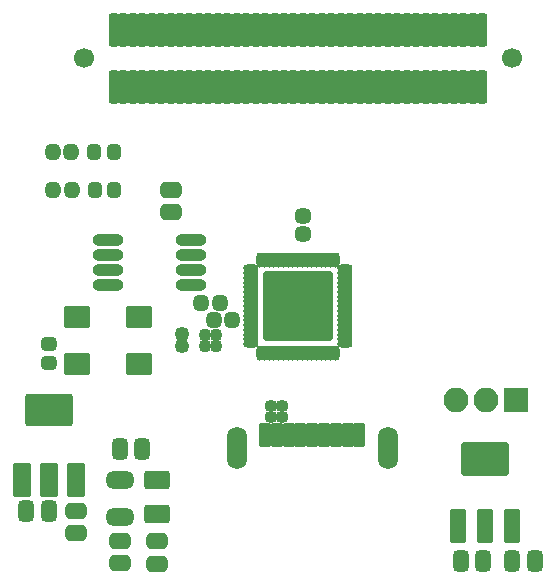
<source format=gbr>
%TF.GenerationSoftware,KiCad,Pcbnew,6.0.4-6f826c9f35~116~ubuntu20.04.1*%
%TF.CreationDate,2022-04-23T06:28:22+07:00*%
%TF.ProjectId,CH569Board,43483536-3942-46f6-9172-642e6b696361,rev?*%
%TF.SameCoordinates,Original*%
%TF.FileFunction,Soldermask,Top*%
%TF.FilePolarity,Negative*%
%FSLAX46Y46*%
G04 Gerber Fmt 4.6, Leading zero omitted, Abs format (unit mm)*
G04 Created by KiCad (PCBNEW 6.0.4-6f826c9f35~116~ubuntu20.04.1) date 2022-04-23 06:28:22*
%MOMM*%
%LPD*%
G01*
G04 APERTURE LIST*
G04 Aperture macros list*
%AMRoundRect*
0 Rectangle with rounded corners*
0 $1 Rounding radius*
0 $2 $3 $4 $5 $6 $7 $8 $9 X,Y pos of 4 corners*
0 Add a 4 corners polygon primitive as box body*
4,1,4,$2,$3,$4,$5,$6,$7,$8,$9,$2,$3,0*
0 Add four circle primitives for the rounded corners*
1,1,$1+$1,$2,$3*
1,1,$1+$1,$4,$5*
1,1,$1+$1,$6,$7*
1,1,$1+$1,$8,$9*
0 Add four rect primitives between the rounded corners*
20,1,$1+$1,$2,$3,$4,$5,0*
20,1,$1+$1,$4,$5,$6,$7,0*
20,1,$1+$1,$6,$7,$8,$9,0*
20,1,$1+$1,$8,$9,$2,$3,0*%
G04 Aperture macros list end*
%ADD10RoundRect,0.340000X-0.140000X-0.170000X0.140000X-0.170000X0.140000X0.170000X-0.140000X0.170000X0*%
%ADD11RoundRect,0.200000X-0.490000X1.235000X-0.490000X-1.235000X0.490000X-1.235000X0.490000X1.235000X0*%
%ADD12RoundRect,0.200000X-1.800000X1.235000X-1.800000X-1.235000X1.800000X-1.235000X1.800000X1.235000X0*%
%ADD13C,1.700000*%
%ADD14RoundRect,0.200000X0.250000X1.200000X-0.250000X1.200000X-0.250000X-1.200000X0.250000X-1.200000X0*%
%ADD15RoundRect,0.340000X-0.170000X0.140000X-0.170000X-0.140000X0.170000X-0.140000X0.170000X0.140000X0*%
%ADD16RoundRect,0.425000X0.225000X0.250000X-0.225000X0.250000X-0.225000X-0.250000X0.225000X-0.250000X0*%
%ADD17RoundRect,0.450000X0.475000X-0.250000X0.475000X0.250000X-0.475000X0.250000X-0.475000X-0.250000X0*%
%ADD18RoundRect,0.450000X-0.250000X-0.475000X0.250000X-0.475000X0.250000X0.475000X-0.250000X0.475000X0*%
%ADD19RoundRect,0.450000X0.250000X0.475000X-0.250000X0.475000X-0.250000X-0.475000X0.250000X-0.475000X0*%
%ADD20RoundRect,0.418750X-0.218750X-0.256250X0.218750X-0.256250X0.218750X0.256250X-0.218750X0.256250X0*%
%ADD21RoundRect,0.400000X-0.275000X0.200000X-0.275000X-0.200000X0.275000X-0.200000X0.275000X0.200000X0*%
%ADD22RoundRect,0.200000X-0.850000X0.850000X-0.850000X-0.850000X0.850000X-0.850000X0.850000X0.850000X0*%
%ADD23O,2.100000X2.100000*%
%ADD24RoundRect,0.200000X-0.900000X-0.750000X0.900000X-0.750000X0.900000X0.750000X-0.900000X0.750000X0*%
%ADD25RoundRect,0.200000X-0.350000X-0.800000X0.350000X-0.800000X0.350000X0.800000X-0.350000X0.800000X0*%
%ADD26O,1.700000X3.600000*%
%ADD27RoundRect,0.400000X-0.200000X-0.275000X0.200000X-0.275000X0.200000X0.275000X-0.200000X0.275000X0*%
%ADD28RoundRect,0.200000X0.865000X-0.595000X0.865000X0.595000X-0.865000X0.595000X-0.865000X-0.595000X0*%
%ADD29RoundRect,0.425000X0.250000X-0.225000X0.250000X0.225000X-0.250000X0.225000X-0.250000X-0.225000X0*%
%ADD30O,2.650000X1.030000*%
%ADD31C,1.250000*%
%ADD32O,1.250000X1.250000*%
%ADD33RoundRect,0.200000X-0.550000X1.250000X-0.550000X-1.250000X0.550000X-1.250000X0.550000X1.250000X0*%
%ADD34RoundRect,0.200000X-1.800000X1.170000X-1.800000X-1.170000X1.800000X-1.170000X1.800000X1.170000X0*%
%ADD35O,0.600000X1.300000*%
%ADD36O,1.300000X0.600000*%
%ADD37RoundRect,0.200000X-2.750000X-2.750000X2.750000X-2.750000X2.750000X2.750000X-2.750000X2.750000X0*%
%ADD38RoundRect,0.450000X-0.475000X0.250000X-0.475000X-0.250000X0.475000X-0.250000X0.475000X0.250000X0*%
%ADD39RoundRect,0.450000X-0.700000X0.275000X-0.700000X-0.275000X0.700000X-0.275000X0.700000X0.275000X0*%
G04 APERTURE END LIST*
D10*
%TO.C,C21*%
X117731600Y-106730800D03*
X118691600Y-106730800D03*
%TD*%
D11*
%TO.C,U2*%
X139134000Y-121978000D03*
X141434000Y-121978000D03*
X143734000Y-121978000D03*
D12*
X141434000Y-116318000D03*
%TD*%
D10*
%TO.C,C22*%
X117731600Y-105816400D03*
X118691600Y-105816400D03*
%TD*%
D13*
%TO.C,CN1*%
X143710000Y-82390000D03*
X107510000Y-82390000D03*
D14*
X141210000Y-79990000D03*
X141210000Y-84790000D03*
X140410000Y-79990000D03*
X140410000Y-84790000D03*
X139610000Y-79990000D03*
X139610000Y-84790000D03*
X138810000Y-79990000D03*
X138810000Y-84790000D03*
X138010000Y-79990000D03*
X138010000Y-84790000D03*
X137210000Y-79990000D03*
X137210000Y-84790000D03*
X136410000Y-79990000D03*
X136410000Y-84790000D03*
X135610000Y-79990000D03*
X135610000Y-84790000D03*
X134810000Y-79990000D03*
X134810000Y-84790000D03*
X134010000Y-79990000D03*
X134010000Y-84790000D03*
X133210000Y-79990000D03*
X133210000Y-84790000D03*
X132410000Y-79990000D03*
X132410000Y-84790000D03*
X131610000Y-79990000D03*
X131610000Y-84790000D03*
X130810000Y-79990000D03*
X130810000Y-84790000D03*
X130010000Y-79990000D03*
X130010000Y-84790000D03*
X129210000Y-79990000D03*
X129210000Y-84790000D03*
X128410000Y-79990000D03*
X128410000Y-84790000D03*
X127610000Y-79990000D03*
X127610000Y-84790000D03*
X126810000Y-79990000D03*
X126810000Y-84790000D03*
X126010000Y-79990000D03*
X126010000Y-84790000D03*
X125210000Y-79990000D03*
X125210000Y-84790000D03*
X124410000Y-79990000D03*
X124410000Y-84790000D03*
X123610000Y-79990000D03*
X123610000Y-84790000D03*
X122810000Y-79990000D03*
X122810000Y-84790000D03*
X122010000Y-79990000D03*
X122010000Y-84790000D03*
X121210000Y-79990000D03*
X121210000Y-84790000D03*
X120410000Y-79990000D03*
X120410000Y-84790000D03*
X119610000Y-79990000D03*
X119610000Y-84790000D03*
X118810000Y-79990000D03*
X118810000Y-84790000D03*
X118010000Y-79990000D03*
X118010000Y-84790000D03*
X117210000Y-79990000D03*
X117210000Y-84790000D03*
X116410000Y-79990000D03*
X116410000Y-84790000D03*
X115610000Y-79990000D03*
X115610000Y-84790000D03*
X114810000Y-79990000D03*
X114810000Y-84790000D03*
X114010000Y-79990000D03*
X114010000Y-84790000D03*
X113210000Y-79990000D03*
X113210000Y-84790000D03*
X112410000Y-79990000D03*
X112410000Y-84790000D03*
X111610000Y-79990000D03*
X111610000Y-84790000D03*
X110810000Y-79990000D03*
X110810000Y-84790000D03*
X110010000Y-79990000D03*
X110010000Y-84790000D03*
%TD*%
D15*
%TO.C,C14*%
X123342400Y-111780000D03*
X123342400Y-112740000D03*
%TD*%
D16*
%TO.C,C19*%
X120025000Y-104570000D03*
X118475000Y-104570000D03*
%TD*%
D17*
%TO.C,C4*%
X106832400Y-122565200D03*
X106832400Y-120665200D03*
%TD*%
D16*
%TO.C,C16*%
X118955000Y-103060000D03*
X117405000Y-103060000D03*
%TD*%
D18*
%TO.C,C1*%
X102610000Y-120680000D03*
X104510000Y-120680000D03*
%TD*%
D15*
%TO.C,C13*%
X124262400Y-111780000D03*
X124262400Y-112740000D03*
%TD*%
D19*
%TO.C,C3*%
X145628400Y-124917200D03*
X143728400Y-124917200D03*
%TD*%
D17*
%TO.C,C5*%
X114840000Y-95420000D03*
X114840000Y-93520000D03*
%TD*%
D20*
%TO.C,D2*%
X104847500Y-93500000D03*
X106422500Y-93500000D03*
%TD*%
%TO.C,D1*%
X104827500Y-90270000D03*
X106402500Y-90270000D03*
%TD*%
D18*
%TO.C,C2*%
X139359600Y-124917200D03*
X141259600Y-124917200D03*
%TD*%
D17*
%TO.C,C12*%
X113680000Y-125170000D03*
X113680000Y-123270000D03*
%TD*%
D21*
%TO.C,R1*%
X104540000Y-106550000D03*
X104540000Y-108200000D03*
%TD*%
D22*
%TO.C,J2*%
X144075000Y-111275000D03*
D23*
X141535000Y-111275000D03*
X138995000Y-111275000D03*
%TD*%
D24*
%TO.C,X1*%
X106895000Y-108215000D03*
X112175000Y-108215000D03*
X112175000Y-104315000D03*
X106895000Y-104315000D03*
%TD*%
D19*
%TO.C,C7*%
X112405000Y-115482400D03*
X110505000Y-115482400D03*
%TD*%
D25*
%TO.C,USB1*%
X123800000Y-114230007D03*
X125800000Y-114230007D03*
X127800000Y-114230007D03*
X129800000Y-114230007D03*
X130800000Y-114230007D03*
X128800000Y-114230007D03*
X126800000Y-114230007D03*
X124800000Y-114230007D03*
X122800000Y-114230007D03*
D26*
X120400000Y-115390007D03*
X133200000Y-115390007D03*
%TD*%
D27*
%TO.C,R3*%
X108390000Y-93500000D03*
X110040000Y-93500000D03*
%TD*%
%TO.C,R2*%
X108350000Y-90280000D03*
X110000000Y-90280000D03*
%TD*%
D28*
%TO.C,F1*%
X113680000Y-120996400D03*
X113680000Y-118096400D03*
%TD*%
D29*
%TO.C,C15*%
X126000000Y-97265000D03*
X126000000Y-95715000D03*
%TD*%
D30*
%TO.C,U3*%
X109510000Y-97737500D03*
X109510000Y-99017500D03*
X109510000Y-100277500D03*
X109510000Y-101547500D03*
X116570000Y-101547500D03*
X116570000Y-100277500D03*
X116570000Y-99017500D03*
X116570000Y-97737500D03*
%TD*%
D31*
%TO.C,J1*%
X115798600Y-106722800D03*
D32*
X115798600Y-105722800D03*
%TD*%
D33*
%TO.C,U1*%
X102239000Y-118062000D03*
X104539000Y-118062000D03*
X106839000Y-118062000D03*
D34*
X104539000Y-112122000D03*
%TD*%
D35*
%TO.C,U4*%
X122402600Y-107310000D03*
X122802600Y-107310000D03*
X123202600Y-107310000D03*
X123602600Y-107310000D03*
X124002600Y-107310000D03*
X124402600Y-107310000D03*
X124802600Y-107310000D03*
X125202600Y-107310000D03*
X125602600Y-107310000D03*
X126002600Y-107310000D03*
X126402600Y-107310000D03*
X126802600Y-107310000D03*
X127202600Y-107310000D03*
X127602600Y-107310000D03*
X128002600Y-107310000D03*
X128402600Y-107310000D03*
X128802600Y-107310000D03*
D36*
X129552600Y-106560000D03*
X129552600Y-106160000D03*
X129552600Y-105760000D03*
X129552600Y-105360000D03*
X129552600Y-104960000D03*
X129552600Y-104560000D03*
X129552600Y-104160000D03*
X129552600Y-103760000D03*
X129552600Y-103360000D03*
X129552600Y-102960000D03*
X129552600Y-102560000D03*
X129552600Y-102160000D03*
X129552600Y-101760000D03*
X129552600Y-101360000D03*
X129552600Y-100960000D03*
X129552600Y-100560000D03*
X129552600Y-100160000D03*
D35*
X128802600Y-99410000D03*
X128402600Y-99410000D03*
X128002600Y-99410000D03*
X127602600Y-99410000D03*
X127202600Y-99410000D03*
X126802600Y-99410000D03*
X126402600Y-99410000D03*
X126002600Y-99410000D03*
X125602600Y-99410000D03*
X125202600Y-99410000D03*
X124802600Y-99410000D03*
X124402600Y-99410000D03*
X124002600Y-99410000D03*
X123602600Y-99410000D03*
X123202600Y-99410000D03*
X122802600Y-99410000D03*
X122402600Y-99410000D03*
D36*
X121652600Y-100160000D03*
X121652600Y-100560000D03*
X121652600Y-100960000D03*
X121652600Y-101360000D03*
X121652600Y-101760000D03*
X121652600Y-102160000D03*
X121652600Y-102560000D03*
X121652600Y-102960000D03*
X121652600Y-103360000D03*
X121652600Y-103760000D03*
X121652600Y-104160000D03*
X121652600Y-104560000D03*
X121652600Y-104960000D03*
X121652600Y-105360000D03*
X121652600Y-105760000D03*
X121652600Y-106160000D03*
X121652600Y-106560000D03*
D37*
X125602600Y-103360000D03*
%TD*%
D38*
%TO.C,C11*%
X110530400Y-123219200D03*
X110530400Y-125119200D03*
%TD*%
D39*
%TO.C,FB1*%
X110505000Y-118047400D03*
X110505000Y-121197400D03*
%TD*%
M02*

</source>
